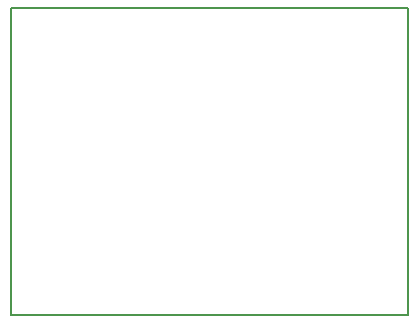
<source format=gbr>
G04 DipTrace 3.1.0.1*
G04 Ãðàíèöûïëàòû.gbr*
%MOIN*%
G04 #@! TF.FileFunction,Profile*
G04 #@! TF.Part,Single*
%ADD11C,0.005512*%
%FSLAX26Y26*%
G04*
G70*
G90*
G75*
G01*
G04 BoardOutline*
%LPD*%
X0Y0D2*
D11*
Y-1025000D1*
X1325000D1*
Y0D1*
X0D1*
M02*

</source>
